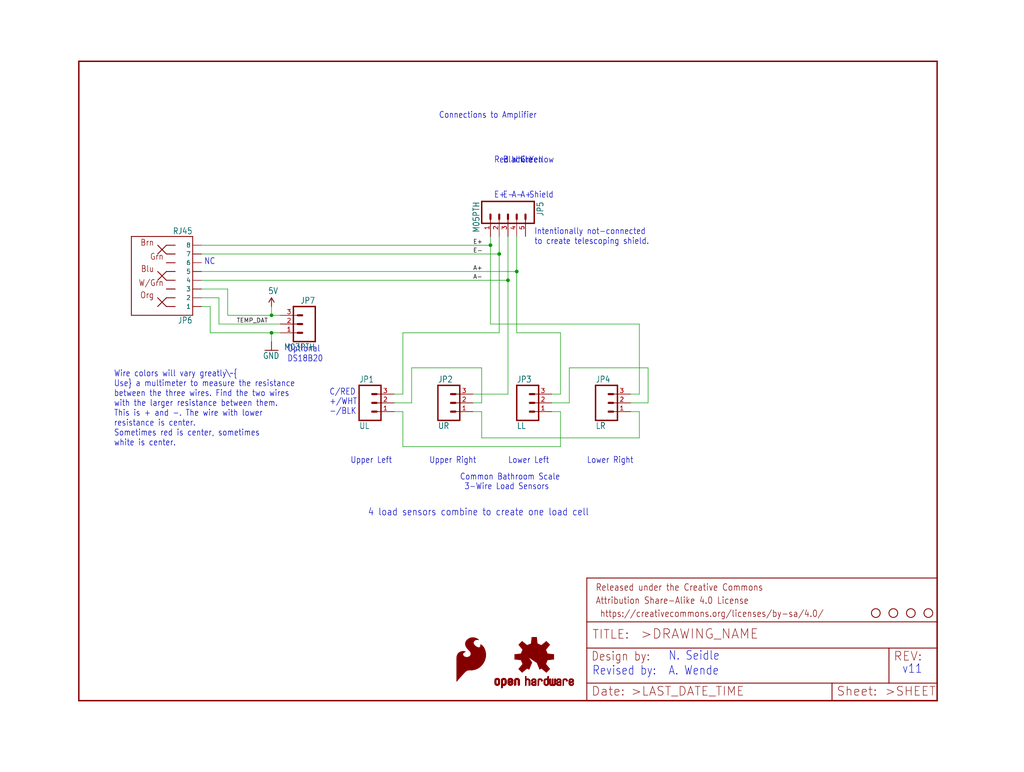
<source format=kicad_sch>
(kicad_sch (version 20211123) (generator eeschema)
  (paper "User" 297.002 223.926)
  (lib_symbols
    (symbol "eagleSchem-eagle-import:5V" (power)
      (property "Value" "5V" (at -1.016 3.556 0))
      (symbol "5V_1_0"
        (pin power_in line (at 0 0 90) (length 2.54) (name "5V") (number "1"))
      )
    )
    (symbol "eagleSchem-eagle-import:FRAME-LETTER"
      (symbol "FRAME-LETTER_2_0"
        (text " https://creativecommons.org/licenses/by-sa/4.0/" (at 2.54 24.13 0) (effects (font (size 1.9304 1.6408)) (justify left bottom)))
        (text ">DRAWING_NAME" (at 15.494 17.78 0) (effects (font (size 2.7432 2.7432)) (justify left bottom)))
        (text ">LAST_DATE_TIME" (at 12.7 1.27 0) (effects (font (size 2.54 2.54)) (justify left bottom)))
        (text ">SHEET" (at 86.36 1.27 0) (effects (font (size 2.54 2.54)) (justify left bottom)))
        (text "Attribution Share-Alike 4.0 License" (at 2.54 27.94 0) (effects (font (size 1.9304 1.6408)) (justify left bottom)))
        (text "Date:" (at 1.27 1.27 0) (effects (font (size 2.54 2.54)) (justify left bottom)))
        (text "Design by:" (at 1.27 11.43 0) (effects (font (size 2.54 2.159)) (justify left bottom)))
        (text "Released under the Creative Commons" (at 2.54 31.75 0) (effects (font (size 1.9304 1.6408)) (justify left bottom)))
        (text "REV:" (at 88.9 11.43 0) (effects (font (size 2.54 2.54)) (justify left bottom)))
        (text "Sheet:" (at 72.39 1.27 0) (effects (font (size 2.54 2.54)) (justify left bottom)))
        (text "TITLE:" (at 1.524 17.78 0) (effects (font (size 2.54 2.54)) (justify left bottom)))
      )
    )
    (symbol "eagleSchem-eagle-import:GND" (power)
      (property "Value" "GND" (at -2.54 -2.54 0))
      (symbol "GND_1_0"
        (pin power_in line (at 0 2.54 270) (length 2.54) (name "GND") (number "1"))
      )
    )
    (symbol "eagleSchem-eagle-import:M03PTH"
      (property "Reference" "JP" (at -2.54 5.842 0))
      (property "Value" "M03PTH" (at -2.54 -7.62 0))
      (symbol "M03PTH_1_0"
        (pin passive line (at 7.62 -2.54 180) (length 5.08) (name "1") (number "1"))
        (pin passive line (at 7.62 0 180) (length 5.08) (name "2") (number "2"))
        (pin passive line (at 7.62 2.54 180) (length 5.08) (name "3") (number "3"))
      )
    )
    (symbol "eagleSchem-eagle-import:M05PTH"
      (property "Reference" "JP" (at -2.54 8.382 0))
      (property "Value" "M05PTH" (at -2.54 -10.16 0))
      (symbol "M05PTH_1_0"
        (pin passive line (at 7.62 -5.08 180) (length 5.08) (name "1") (number "1"))
        (pin passive line (at 7.62 -2.54 180) (length 5.08) (name "2") (number "2"))
        (pin passive line (at 7.62 0 180) (length 5.08) (name "3") (number "3"))
        (pin passive line (at 7.62 2.54 180) (length 5.08) (name "4") (number "4"))
        (pin passive line (at 7.62 5.08 180) (length 5.08) (name "5") (number "5"))
      )
    )
    (symbol "eagleSchem-eagle-import:OSHW-LOGOS")
    (symbol "eagleSchem-eagle-import:RJ45-8PTH"
      (property "Reference" "JP" (at -5.08 10.668 0))
      (property "Value" "RJ45-8PTH" (at -5.08 -15.24 0))
      (symbol "RJ45-8PTH_1_0"
        (text "Blu" (at 6.096 -2.286 0) (effects (font (size 1.778 1.5113)) (justify left bottom)))
        (text "Brn" (at 6.096 -9.906 0) (effects (font (size 1.778 1.5113)) (justify left bottom)))
        (text "Grn" (at 3.302 -5.842 0) (effects (font (size 1.778 1.5113)) (justify left bottom)))
        (text "Org" (at 6.096 5.334 0) (effects (font (size 1.778 1.5113)) (justify left bottom)))
        (text "W/Grn" (at 3.302 1.778 0) (effects (font (size 1.778 1.5113)) (justify left bottom)))
        (pin bidirectional line (at -7.62 7.62 0) (length 2.54) (name "1") (number "1"))
        (pin bidirectional line (at -7.62 5.08 0) (length 2.54) (name "2") (number "2"))
        (pin bidirectional line (at -7.62 2.54 0) (length 2.54) (name "3") (number "3"))
        (pin bidirectional line (at -7.62 0 0) (length 2.54) (name "4") (number "4"))
        (pin bidirectional line (at -7.62 -2.54 0) (length 2.54) (name "5") (number "5"))
        (pin bidirectional line (at -7.62 -5.08 0) (length 2.54) (name "6") (number "6"))
        (pin bidirectional line (at -7.62 -7.62 0) (length 2.54) (name "7") (number "7"))
        (pin bidirectional line (at -7.62 -10.16 0) (length 2.54) (name "8") (number "8"))
      )
    )
    (symbol "eagleSchem-eagle-import:SFE_LOGO_FLAME.1_INCH")
    (symbol "eagleSchem-eagle-import:STAND-OFF")
  )
  (junction (at 142.24 71.12))
  (junction (at 144.78 73.66))
  (junction (at 149.86 78.74))
  (junction (at 78.74 91.44))
  (junction (at 78.74 96.52))
  (junction (at 147.32 81.28))
  (wire (pts (xy 116.84 129.54) (xy 116.84 119.38)))
  (wire (pts (xy 142.24 93.98) (xy 142.24 71.12)))
  (wire (pts (xy 149.86 78.74) (xy 58.42 78.74)))
  (wire (pts (xy 66.04 83.82) (xy 66.04 91.44)))
  (wire (pts (xy 160.02 119.38) (xy 162.56 119.38)))
  (wire (pts (xy 78.74 88.9) (xy 78.74 91.44)))
  (wire (pts (xy 58.42 88.9) (xy 60.96 88.9)))
  (wire (pts (xy 147.32 81.28) (xy 58.42 81.28)))
  (wire (pts (xy 78.74 91.44) (xy 81.28 91.44)))
  (wire (pts (xy 149.86 96.52) (xy 149.86 78.74)))
  (wire (pts (xy 144.78 96.52) (xy 116.84 96.52)))
  (wire (pts (xy 139.7 106.68) (xy 119.38 106.68)))
  (wire (pts (xy 142.24 93.98) (xy 185.42 93.98)))
  (wire (pts (xy 60.96 88.9) (xy 60.96 96.52)))
  (wire (pts (xy 58.42 86.36) (xy 63.5 86.36)))
  (wire (pts (xy 144.78 73.66) (xy 58.42 73.66)))
  (wire (pts (xy 119.38 106.68) (xy 119.38 116.84)))
  (wire (pts (xy 142.24 71.12) (xy 58.42 71.12)))
  (wire (pts (xy 147.32 114.3) (xy 147.32 81.28)))
  (wire (pts (xy 165.1 106.68) (xy 165.1 116.84)))
  (wire (pts (xy 60.96 96.52) (xy 78.74 96.52)))
  (wire (pts (xy 149.86 96.52) (xy 162.56 96.52)))
  (wire (pts (xy 144.78 73.66) (xy 144.78 68.58)))
  (wire (pts (xy 58.42 83.82) (xy 66.04 83.82)))
  (wire (pts (xy 185.42 114.3) (xy 185.42 93.98)))
  (wire (pts (xy 78.74 96.52) (xy 81.28 96.52)))
  (wire (pts (xy 182.88 114.3) (xy 185.42 114.3)))
  (wire (pts (xy 139.7 116.84) (xy 139.7 106.68)))
  (wire (pts (xy 149.86 68.58) (xy 149.86 78.74)))
  (wire (pts (xy 162.56 114.3) (xy 160.02 114.3)))
  (wire (pts (xy 139.7 127) (xy 139.7 119.38)))
  (wire (pts (xy 137.16 114.3) (xy 147.32 114.3)))
  (wire (pts (xy 116.84 119.38) (xy 114.3 119.38)))
  (wire (pts (xy 185.42 127) (xy 139.7 127)))
  (wire (pts (xy 185.42 119.38) (xy 185.42 127)))
  (wire (pts (xy 63.5 86.36) (xy 63.5 93.98)))
  (wire (pts (xy 137.16 116.84) (xy 139.7 116.84)))
  (wire (pts (xy 187.96 116.84) (xy 187.96 106.68)))
  (wire (pts (xy 182.88 116.84) (xy 187.96 116.84)))
  (wire (pts (xy 147.32 68.58) (xy 147.32 81.28)))
  (wire (pts (xy 116.84 96.52) (xy 116.84 114.3)))
  (wire (pts (xy 144.78 96.52) (xy 144.78 73.66)))
  (wire (pts (xy 165.1 116.84) (xy 160.02 116.84)))
  (wire (pts (xy 66.04 91.44) (xy 78.74 91.44)))
  (wire (pts (xy 63.5 93.98) (xy 81.28 93.98)))
  (wire (pts (xy 162.56 129.54) (xy 116.84 129.54)))
  (wire (pts (xy 116.84 114.3) (xy 114.3 114.3)))
  (wire (pts (xy 182.88 119.38) (xy 185.42 119.38)))
  (wire (pts (xy 119.38 116.84) (xy 114.3 116.84)))
  (wire (pts (xy 187.96 106.68) (xy 165.1 106.68)))
  (wire (pts (xy 162.56 119.38) (xy 162.56 129.54)))
  (wire (pts (xy 139.7 119.38) (xy 137.16 119.38)))
  (wire (pts (xy 162.56 96.52) (xy 162.56 114.3)))
  (wire (pts (xy 78.74 96.52) (xy 78.74 99.06)))
  (wire (pts (xy 142.24 71.12) (xy 142.24 68.58)))
  (text "NC" (at 59.182 76.962 180) (effects (font (size 1.778 1.5113)) (justify left bottom)))
  (text "Optional\nDS18B20" (at 83.312 105.156 180) (effects (font (size 1.778 1.5113)) (justify left bottom)))
  (text "Lower Left" (at 147.32 134.62 180) (effects (font (size 1.778 1.5113)) (justify left bottom)))
  (text "Intentionally not-connected\nto create telescoping shield." (at 154.94 71.12 0) (effects (font (size 1.778 1.5113)) (justify left bottom)))
  (text "A+" (at 150.876 57.658 180) (effects (font (size 1.778 1.5113)) (justify left bottom)))
  (text "-/BLK" (at 95.504 120.396 180) (effects (font (size 1.778 1.5113)) (justify left bottom)))
  (text "N. Seidle" (at 193.802 191.77 180) (effects (font (size 2.54 2.159)) (justify left bottom)))
  (text "Shield" (at 153.416 57.658 180) (effects (font (size 1.778 1.5113)) (justify left bottom)))
  (text "Black" (at 145.796 47.498 180) (effects (font (size 1.778 1.5113)) (justify left bottom)))
  (text "Upper Left" (at 101.6 134.62 180) (effects (font (size 1.778 1.5113)) (justify left bottom)))
  (text "Connections to Amplifier" (at 127.254 34.544 180) (effects (font (size 1.778 1.5113)) (justify left bottom)))
  (text "+/WHT" (at 95.504 117.602 180) (effects (font (size 1.778 1.5113)) (justify left bottom)))
  (text "3-Wire Load Sensors" (at 134.62 142.24 180) (effects (font (size 1.778 1.5113)) (justify left bottom)))
  (text "v11" (at 261.62 195.58 180) (effects (font (size 2.54 2.159)) (justify left bottom)))
  (text "A-" (at 148.336 57.658 180) (effects (font (size 1.778 1.5113)) (justify left bottom)))
  (text "Wire colors will vary greatly\\~{\nUse} a multimeter to measure the resistance\nbetween the three wires. Find the two wires\nwith the larger resistance between them.\nThis is + and -. The wire with lower\nresistance is center.\nSometimes red is center, sometimes\nwhite is center." (at 33.02 129.54 0) (effects (font (size 1.778 1.5113)) (justify left bottom)))
  (text "White" (at 148.336 47.498 180) (effects (font (size 1.778 1.5113)) (justify left bottom)))
  (text "A. Wende" (at 193.802 196.088 180) (effects (font (size 2.54 2.159)) (justify left bottom)))
  (text "Revised by:" (at 171.704 196.088 180) (effects (font (size 2.54 2.159)) (justify left bottom)))
  (text "Lower Right" (at 170.18 134.62 180) (effects (font (size 1.778 1.5113)) (justify left bottom)))
  (text "Red" (at 143.256 47.498 180) (effects (font (size 1.778 1.5113)) (justify left bottom)))
  (text "Upper Right" (at 124.46 134.62 180) (effects (font (size 1.778 1.5113)) (justify left bottom)))
  (text "E+" (at 143.256 57.658 180) (effects (font (size 1.778 1.5113)) (justify left bottom)))
  (text "Common Bathroom Scale" (at 133.35 139.446 180) (effects (font (size 1.778 1.5113)) (justify left bottom)))
  (text "Yellow" (at 153.416 47.498 180) (effects (font (size 1.778 1.5113)) (justify left bottom)))
  (text "C/RED" (at 95.504 114.808 180) (effects (font (size 1.778 1.5113)) (justify left bottom)))
  (text "4 load sensors combine to create one load cell" (at 106.68 149.86 180) (effects (font (size 2.032 1.7272)) (justify left bottom)))
  (text "Green" (at 150.876 47.498 180) (effects (font (size 1.778 1.5113)) (justify left bottom)))
  (text "E-" (at 145.796 57.658 180) (effects (font (size 1.778 1.5113)) (justify left bottom)))
  (label "A-" (at 137.16 81.28 0) (effects (font (size 1.2446 1.2446))))
  (label "TEMP_DAT" (at 68.58 93.98 0) (effects (font (size 1.2446 1.2446))))
  (label "A+" (at 137.16 78.74 0) (effects (font (size 1.2446 1.2446))))
  (label "E+" (at 137.16 71.12 0) (effects (font (size 1.2446 1.2446))))
  (label "E-" (at 137.16 73.66 0) (effects (font (size 1.2446 1.2446))))
  (symbol (lib_id "eagleSchem-eagle-import:STAND-OFF") (at 254 177.8 0) (unit 1)
    (property "Reference" "STANDOFF4" (effects hide))
    (property "Value" "STAND-OFF" (effects hide))
    (property "Footprint" "eagleSchem:STAND-OFF" (effects hide))
  )
  (symbol (lib_id "eagleSchem-eagle-import:M03PTH") (at 129.54 116.84 0) (unit 1)
    (property "Reference" "JP2" (at 127 110.998 0) (effects (font (size 1.778 1.5113)) (justify left bottom)))
    (property "Value" "UR" (at 127 124.46 0) (effects (font (size 1.778 1.5113)) (justify left bottom)))
    (property "Footprint" "eagleSchem:1X03" (effects hide))
  )
  (symbol (lib_id "eagleSchem-eagle-import:STAND-OFF") (at 259.08 177.8 0) (unit 1)
    (property "Reference" "STANDOFF3" (effects hide))
    (property "Value" "STAND-OFF" (effects hide))
    (property "Footprint" "eagleSchem:STAND-OFF" (effects hide))
  )
  (symbol (lib_id "eagleSchem-eagle-import:M03PTH") (at 88.9 93.98 0) (mirror y) (unit 1)
    (property "Reference" "JP7" (at 91.44 88.138 0) (effects (font (size 1.778 1.5113)) (justify left bottom)))
    (property "Value" "M03PTH" (at 91.44 101.6 0) (effects (font (size 1.778 1.5113)) (justify left bottom)))
    (property "Footprint" "eagleSchem:1X03" (effects hide))
  )
  (symbol (lib_id "eagleSchem-eagle-import:STAND-OFF") (at 264.16 177.8 0) (unit 1)
    (property "Reference" "STANDOFF2" (effects hide))
    (property "Value" "STAND-OFF" (effects hide))
    (property "Footprint" "eagleSchem:STAND-OFF" (effects hide))
  )
  (symbol (lib_id "eagleSchem-eagle-import:GND") (at 78.74 101.6 0) (unit 1)
    (property "Reference" "#GND1" (effects hide))
    (property "Value" "GND" (at 76.2 104.14 0) (effects (font (size 1.778 1.5113)) (justify left bottom)))
    (property "Footprint" "eagleSchem:" (effects hide))
  )
  (symbol (lib_id "eagleSchem-eagle-import:M05PTH") (at 147.32 60.96 270) (unit 1)
    (property "Reference" "JP5" (at 155.702 58.42 0) (effects (font (size 1.778 1.5113)) (justify left bottom)))
    (property "Value" "M05PTH" (at 137.16 58.42 0) (effects (font (size 1.778 1.5113)) (justify left bottom)))
    (property "Footprint" "eagleSchem:1X05" (effects hide))
  )
  (symbol (lib_id "eagleSchem-eagle-import:FRAME-LETTER") (at 170.18 203.2 0) (unit 2)
    (property "Reference" "FRAME1" (effects hide))
    (property "Value" "FRAME-LETTER" (effects hide))
    (property "Footprint" "eagleSchem:CREATIVE_COMMONS" (effects hide))
    (property "Value" "FRAME-LETTER" (effects hide))
    (property "Value" "FRAME-LETTER" (effects hide))
  )
  (symbol (lib_id "eagleSchem-eagle-import:STAND-OFF") (at 269.24 177.8 0) (unit 1)
    (property "Reference" "STANDOFF1" (effects hide))
    (property "Value" "STAND-OFF" (effects hide))
    (property "Footprint" "eagleSchem:STAND-OFF" (effects hide))
  )
  (symbol (lib_id "eagleSchem-eagle-import:SFE_LOGO_FLAME.1_INCH") (at 132.08 198.12 0) (unit 1)
    (property "Reference" "LOGO3" (effects hide))
    (property "Value" "SFE_LOGO_FLAME.1_INCH" (effects hide))
    (property "Footprint" "eagleSchem:SFE_LOGO_FLAME_.1" (effects hide))
  )
  (symbol (lib_id "eagleSchem-eagle-import:5V") (at 78.74 88.9 0) (unit 1)
    (property "Reference" "#SUPPLY1" (effects hide))
    (property "Value" "5V" (at 77.724 85.344 0) (effects (font (size 1.778 1.5113)) (justify left bottom)))
    (property "Footprint" "eagleSchem:" (effects hide))
  )
  (symbol (lib_id "eagleSchem-eagle-import:M03PTH") (at 175.26 116.84 0) (unit 1)
    (property "Reference" "JP4" (at 172.72 110.998 0) (effects (font (size 1.778 1.5113)) (justify left bottom)))
    (property "Value" "LR" (at 172.72 124.46 0) (effects (font (size 1.778 1.5113)) (justify left bottom)))
    (property "Footprint" "eagleSchem:1X03" (effects hide))
  )
  (symbol (lib_id "eagleSchem-eagle-import:RJ45-8PTH") (at 50.8 81.28 180) (unit 1)
    (property "Reference" "JP6" (at 55.88 91.948 0) (effects (font (size 1.778 1.5113)) (justify left bottom)))
    (property "Value" "RJ45" (at 55.88 66.04 0) (effects (font (size 1.778 1.5113)) (justify left bottom)))
    (property "Footprint" "eagleSchem:RJ45-8" (effects hide))
  )
  (symbol (lib_id "eagleSchem-eagle-import:M03PTH") (at 106.68 116.84 0) (unit 1)
    (property "Reference" "JP1" (at 104.14 110.998 0) (effects (font (size 1.778 1.5113)) (justify left bottom)))
    (property "Value" "UL" (at 104.14 124.46 0) (effects (font (size 1.778 1.5113)) (justify left bottom)))
    (property "Footprint" "eagleSchem:1X03" (effects hide))
  )
  (symbol (lib_id "eagleSchem-eagle-import:OSHW-LOGOS") (at 154.94 190.5 0) (unit 1)
    (property "Reference" "U$7" (effects hide))
    (property "Value" "OSHW-LOGOS" (effects hide))
    (property "Footprint" "eagleSchem:OSHW-LOGO-S" (effects hide))
  )
  (symbol (lib_id "eagleSchem-eagle-import:FRAME-LETTER") (at 22.86 203.2 0) (unit 1)
    (property "Reference" "FRAME1" (effects hide))
    (property "Value" "FRAME-LETTER" (effects hide))
    (property "Footprint" "eagleSchem:CREATIVE_COMMONS" (effects hide))
    (property "Value" "FRAME-LETTER" (effects hide))
    (property "Value" "FRAME-LETTER" (effects hide))
  )
  (symbol (lib_id "eagleSchem-eagle-import:M03PTH") (at 152.4 116.84 0) (unit 1)
    (property "Reference" "JP3" (at 149.86 110.998 0) (effects (font (size 1.778 1.5113)) (justify left bottom)))
    (property "Value" "LL" (at 149.86 124.46 0) (effects (font (size 1.778 1.5113)) (justify left bottom)))
    (property "Footprint" "eagleSchem:1X03" (effects hide))
  )
)
</source>
